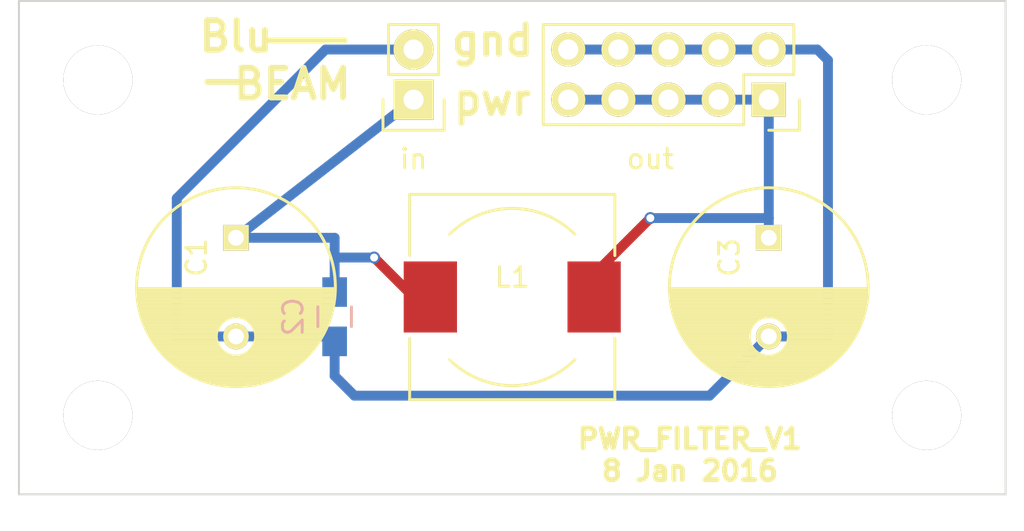
<source format=kicad_pcb>
(kicad_pcb (version 4) (host pcbnew 4.0.1-stable)

  (general
    (links 17)
    (no_connects 0)
    (area 98.591667 98.07412 151.408334 127.27626)
    (thickness 1.6)
    (drawings 10)
    (tracks 36)
    (zones 0)
    (modules 10)
    (nets 8)
  )

  (page A4)
  (layers
    (0 F.Cu signal)
    (31 B.Cu signal)
    (32 B.Adhes user)
    (33 F.Adhes user)
    (34 B.Paste user)
    (35 F.Paste user)
    (36 B.SilkS user)
    (37 F.SilkS user)
    (38 B.Mask user)
    (39 F.Mask user)
    (40 Dwgs.User user)
    (41 Cmts.User user)
    (42 Eco1.User user)
    (43 Eco2.User user)
    (44 Edge.Cuts user)
    (45 Margin user)
    (46 B.CrtYd user)
    (47 F.CrtYd user)
    (48 B.Fab user)
    (49 F.Fab user)
  )

  (setup
    (last_trace_width 0.5)
    (trace_clearance 0.5)
    (zone_clearance 0.508)
    (zone_45_only no)
    (trace_min 0.2)
    (segment_width 0.2)
    (edge_width 0.1)
    (via_size 0.6)
    (via_drill 0.4)
    (via_min_size 0.4)
    (via_min_drill 0.3)
    (uvia_size 0.3)
    (uvia_drill 0.1)
    (uvias_allowed no)
    (uvia_min_size 0.2)
    (uvia_min_drill 0.1)
    (pcb_text_width 0.3)
    (pcb_text_size 1.5 1.5)
    (mod_edge_width 0.15)
    (mod_text_size 1 1)
    (mod_text_width 0.15)
    (pad_size 1.5 1.5)
    (pad_drill 0.6)
    (pad_to_mask_clearance 0)
    (aux_axis_origin 100 125)
    (grid_origin 100 125)
    (visible_elements 7FFFFFFF)
    (pcbplotparams
      (layerselection 0x00080_00000000)
      (usegerberextensions false)
      (excludeedgelayer true)
      (linewidth 0.100000)
      (plotframeref false)
      (viasonmask false)
      (mode 1)
      (useauxorigin false)
      (hpglpennumber 1)
      (hpglpenspeed 20)
      (hpglpendiameter 15)
      (hpglpenoverlay 2)
      (psnegative false)
      (psa4output false)
      (plotreference true)
      (plotvalue true)
      (plotinvisibletext false)
      (padsonsilk false)
      (subtractmaskfromsilk false)
      (outputformat 1)
      (mirror false)
      (drillshape 0)
      (scaleselection 1)
      (outputdirectory ""))
  )

  (net 0 "")
  (net 1 "Net-(P3-Pad1)")
  (net 2 "Net-(P4-Pad1)")
  (net 3 "Net-(P5-Pad1)")
  (net 4 "Net-(P6-Pad1)")
  (net 5 +5V)
  (net 6 GND)
  (net 7 "Net-(C3-Pad1)")

  (net_class Default "This is the default net class."
    (clearance 0.5)
    (trace_width 0.5)
    (via_dia 0.6)
    (via_drill 0.4)
    (uvia_dia 0.3)
    (uvia_drill 0.1)
    (add_net +5V)
    (add_net GND)
    (add_net "Net-(C3-Pad1)")
    (add_net "Net-(P3-Pad1)")
    (add_net "Net-(P4-Pad1)")
    (add_net "Net-(P5-Pad1)")
    (add_net "Net-(P6-Pad1)")
  )

  (module Mounting_Holes:MountingHole_3-5mm (layer F.Cu) (tedit 568FDC31) (tstamp 568FA86B)
    (at 146 121)
    (descr "Mounting hole, Befestigungsbohrung, 3,5mm, No Annular, Kein Restring,")
    (tags "Mounting hole, Befestigungsbohrung, 3,5mm, No Annular, Kein Restring,")
    (path /568FBD7D)
    (fp_text reference P3 (at 0 -4.50088) (layer Cmts.User) hide
      (effects (font (size 1 1) (thickness 0.15)))
    )
    (fp_text value CONN_01X01 (at 0 5.00126) (layer F.Fab)
      (effects (font (size 1 1) (thickness 0.15)))
    )
    (fp_circle (center 0 0) (end 3.5 0) (layer Cmts.User) (width 0.381))
    (pad 1 thru_hole circle (at 0 0) (size 3.5 3.5) (drill 3.5) (layers)
      (net 1 "Net-(P3-Pad1)"))
  )

  (module Mounting_Holes:MountingHole_3-5mm (layer F.Cu) (tedit 568FDCC3) (tstamp 568FA86F)
    (at 104 121)
    (descr "Mounting hole, Befestigungsbohrung, 3,5mm, No Annular, Kein Restring,")
    (tags "Mounting hole, Befestigungsbohrung, 3,5mm, No Annular, Kein Restring,")
    (path /568FBE67)
    (fp_text reference P4 (at -1 -5) (layer Cmts.User) hide
      (effects (font (size 1 1) (thickness 0.15)))
    )
    (fp_text value CONN_01X01 (at 0 5.00126) (layer F.Fab)
      (effects (font (size 1 1) (thickness 0.15)))
    )
    (fp_circle (center 0 0) (end 3.5 0) (layer Cmts.User) (width 0.381))
    (pad 1 thru_hole circle (at 0 0) (size 3.5 3.5) (drill 3.5) (layers)
      (net 2 "Net-(P4-Pad1)"))
  )

  (module Mounting_Holes:MountingHole_3-5mm (layer F.Cu) (tedit 568FDCB9) (tstamp 568FA873)
    (at 104 104)
    (descr "Mounting hole, Befestigungsbohrung, 3,5mm, No Annular, Kein Restring,")
    (tags "Mounting hole, Befestigungsbohrung, 3,5mm, No Annular, Kein Restring,")
    (path /568FBEC4)
    (fp_text reference P5 (at 0 -4.50088) (layer Cmts.User) hide
      (effects (font (size 1 1) (thickness 0.15)))
    )
    (fp_text value CONN_01X01 (at 0 5.00126) (layer F.Fab)
      (effects (font (size 1 1) (thickness 0.15)))
    )
    (fp_circle (center 0 0) (end 3.5 0) (layer Cmts.User) (width 0.381))
    (pad 1 thru_hole circle (at 0 0) (size 3.5 3.5) (drill 3.5) (layers)
      (net 3 "Net-(P5-Pad1)"))
  )

  (module Mounting_Holes:MountingHole_3-5mm (layer F.Cu) (tedit 568FDC37) (tstamp 568FA877)
    (at 146 104)
    (descr "Mounting hole, Befestigungsbohrung, 3,5mm, No Annular, Kein Restring,")
    (tags "Mounting hole, Befestigungsbohrung, 3,5mm, No Annular, Kein Restring,")
    (path /568FBF5F)
    (fp_text reference P6 (at 0 -4.50088) (layer Cmts.User) hide
      (effects (font (size 1 1) (thickness 0.15)))
    )
    (fp_text value CONN_01X01 (at 0 5.00126) (layer F.Fab)
      (effects (font (size 1 1) (thickness 0.15)))
    )
    (fp_circle (center 0 0) (end 3.5 0) (layer Cmts.User) (width 0.381))
    (pad 1 thru_hole circle (at 0 0) (size 3.5 3.5) (drill 3.5) (layers)
      (net 4 "Net-(P6-Pad1)"))
  )

  (module Capacitors_ThroughHole:C_Radial_D10_L13_P5 (layer F.Cu) (tedit 568FD73A) (tstamp 568FD6C0)
    (at 111 112 270)
    (descr "Radial Electrolytic Capacitor Diameter 10mm x Length 13mm, Pitch 5mm")
    (tags "Electrolytic Capacitor")
    (path /568E55E8)
    (fp_text reference C1 (at 1 2 270) (layer F.SilkS)
      (effects (font (size 1 1) (thickness 0.15)))
    )
    (fp_text value 220uF (at 2.5 6.3 270) (layer F.Fab)
      (effects (font (size 1 1) (thickness 0.15)))
    )
    (fp_line (start 2.575 -4.999) (end 2.575 4.999) (layer F.SilkS) (width 0.15))
    (fp_line (start 2.715 -4.995) (end 2.715 4.995) (layer F.SilkS) (width 0.15))
    (fp_line (start 2.855 -4.987) (end 2.855 4.987) (layer F.SilkS) (width 0.15))
    (fp_line (start 2.995 -4.975) (end 2.995 4.975) (layer F.SilkS) (width 0.15))
    (fp_line (start 3.135 -4.96) (end 3.135 4.96) (layer F.SilkS) (width 0.15))
    (fp_line (start 3.275 -4.94) (end 3.275 4.94) (layer F.SilkS) (width 0.15))
    (fp_line (start 3.415 -4.916) (end 3.415 4.916) (layer F.SilkS) (width 0.15))
    (fp_line (start 3.555 -4.887) (end 3.555 4.887) (layer F.SilkS) (width 0.15))
    (fp_line (start 3.695 -4.855) (end 3.695 4.855) (layer F.SilkS) (width 0.15))
    (fp_line (start 3.835 -4.818) (end 3.835 4.818) (layer F.SilkS) (width 0.15))
    (fp_line (start 3.975 -4.777) (end 3.975 4.777) (layer F.SilkS) (width 0.15))
    (fp_line (start 4.115 -4.732) (end 4.115 -0.466) (layer F.SilkS) (width 0.15))
    (fp_line (start 4.115 0.466) (end 4.115 4.732) (layer F.SilkS) (width 0.15))
    (fp_line (start 4.255 -4.682) (end 4.255 -0.667) (layer F.SilkS) (width 0.15))
    (fp_line (start 4.255 0.667) (end 4.255 4.682) (layer F.SilkS) (width 0.15))
    (fp_line (start 4.395 -4.627) (end 4.395 -0.796) (layer F.SilkS) (width 0.15))
    (fp_line (start 4.395 0.796) (end 4.395 4.627) (layer F.SilkS) (width 0.15))
    (fp_line (start 4.535 -4.567) (end 4.535 -0.885) (layer F.SilkS) (width 0.15))
    (fp_line (start 4.535 0.885) (end 4.535 4.567) (layer F.SilkS) (width 0.15))
    (fp_line (start 4.675 -4.502) (end 4.675 -0.946) (layer F.SilkS) (width 0.15))
    (fp_line (start 4.675 0.946) (end 4.675 4.502) (layer F.SilkS) (width 0.15))
    (fp_line (start 4.815 -4.432) (end 4.815 -0.983) (layer F.SilkS) (width 0.15))
    (fp_line (start 4.815 0.983) (end 4.815 4.432) (layer F.SilkS) (width 0.15))
    (fp_line (start 4.955 -4.356) (end 4.955 -0.999) (layer F.SilkS) (width 0.15))
    (fp_line (start 4.955 0.999) (end 4.955 4.356) (layer F.SilkS) (width 0.15))
    (fp_line (start 5.095 -4.274) (end 5.095 -0.995) (layer F.SilkS) (width 0.15))
    (fp_line (start 5.095 0.995) (end 5.095 4.274) (layer F.SilkS) (width 0.15))
    (fp_line (start 5.235 -4.186) (end 5.235 -0.972) (layer F.SilkS) (width 0.15))
    (fp_line (start 5.235 0.972) (end 5.235 4.186) (layer F.SilkS) (width 0.15))
    (fp_line (start 5.375 -4.091) (end 5.375 -0.927) (layer F.SilkS) (width 0.15))
    (fp_line (start 5.375 0.927) (end 5.375 4.091) (layer F.SilkS) (width 0.15))
    (fp_line (start 5.515 -3.989) (end 5.515 -0.857) (layer F.SilkS) (width 0.15))
    (fp_line (start 5.515 0.857) (end 5.515 3.989) (layer F.SilkS) (width 0.15))
    (fp_line (start 5.655 -3.879) (end 5.655 -0.756) (layer F.SilkS) (width 0.15))
    (fp_line (start 5.655 0.756) (end 5.655 3.879) (layer F.SilkS) (width 0.15))
    (fp_line (start 5.795 -3.761) (end 5.795 -0.607) (layer F.SilkS) (width 0.15))
    (fp_line (start 5.795 0.607) (end 5.795 3.761) (layer F.SilkS) (width 0.15))
    (fp_line (start 5.935 -3.633) (end 5.935 -0.355) (layer F.SilkS) (width 0.15))
    (fp_line (start 5.935 0.355) (end 5.935 3.633) (layer F.SilkS) (width 0.15))
    (fp_line (start 6.075 -3.496) (end 6.075 3.496) (layer F.SilkS) (width 0.15))
    (fp_line (start 6.215 -3.346) (end 6.215 3.346) (layer F.SilkS) (width 0.15))
    (fp_line (start 6.355 -3.184) (end 6.355 3.184) (layer F.SilkS) (width 0.15))
    (fp_line (start 6.495 -3.007) (end 6.495 3.007) (layer F.SilkS) (width 0.15))
    (fp_line (start 6.635 -2.811) (end 6.635 2.811) (layer F.SilkS) (width 0.15))
    (fp_line (start 6.775 -2.593) (end 6.775 2.593) (layer F.SilkS) (width 0.15))
    (fp_line (start 6.915 -2.347) (end 6.915 2.347) (layer F.SilkS) (width 0.15))
    (fp_line (start 7.055 -2.062) (end 7.055 2.062) (layer F.SilkS) (width 0.15))
    (fp_line (start 7.195 -1.72) (end 7.195 1.72) (layer F.SilkS) (width 0.15))
    (fp_line (start 7.335 -1.274) (end 7.335 1.274) (layer F.SilkS) (width 0.15))
    (fp_line (start 7.475 -0.499) (end 7.475 0.499) (layer F.SilkS) (width 0.15))
    (fp_circle (center 5 0) (end 5 -1) (layer F.SilkS) (width 0.15))
    (fp_circle (center 2.5 0) (end 2.5 -5.0375) (layer F.SilkS) (width 0.15))
    (fp_circle (center 2.5 0) (end 2.5 -5.3) (layer F.CrtYd) (width 0.05))
    (pad 1 thru_hole rect (at 0 0 270) (size 1.3 1.3) (drill 0.8) (layers *.Cu *.Mask F.SilkS)
      (net 5 +5V))
    (pad 2 thru_hole circle (at 5 0 270) (size 1.3 1.3) (drill 0.8) (layers *.Cu *.Mask F.SilkS)
      (net 6 GND))
    (model Capacitors_ThroughHole.3dshapes/C_Radial_D10_L13_P5.wrl
      (at (xyz 0.0984252 0 0))
      (scale (xyz 1 1 1))
      (rotate (xyz 0 0 90))
    )
  )

  (module Capacitors_SMD:C_0805_HandSoldering (layer B.Cu) (tedit 541A9B8D) (tstamp 568FD6CC)
    (at 116 116 270)
    (descr "Capacitor SMD 0805, hand soldering")
    (tags "capacitor 0805")
    (path /568E5509)
    (attr smd)
    (fp_text reference C2 (at 0 2.1 270) (layer B.SilkS)
      (effects (font (size 1 1) (thickness 0.15)) (justify mirror))
    )
    (fp_text value 10uF (at 0 -2.1 270) (layer B.Fab)
      (effects (font (size 1 1) (thickness 0.15)) (justify mirror))
    )
    (fp_line (start -2.3 1) (end 2.3 1) (layer B.CrtYd) (width 0.05))
    (fp_line (start -2.3 -1) (end 2.3 -1) (layer B.CrtYd) (width 0.05))
    (fp_line (start -2.3 1) (end -2.3 -1) (layer B.CrtYd) (width 0.05))
    (fp_line (start 2.3 1) (end 2.3 -1) (layer B.CrtYd) (width 0.05))
    (fp_line (start 0.5 0.85) (end -0.5 0.85) (layer B.SilkS) (width 0.15))
    (fp_line (start -0.5 -0.85) (end 0.5 -0.85) (layer B.SilkS) (width 0.15))
    (pad 1 smd rect (at -1.25 0 270) (size 1.5 1.25) (layers B.Cu B.Paste B.Mask)
      (net 5 +5V))
    (pad 2 smd rect (at 1.25 0 270) (size 1.5 1.25) (layers B.Cu B.Paste B.Mask)
      (net 6 GND))
    (model Capacitors_SMD.3dshapes/C_0805_HandSoldering.wrl
      (at (xyz 0 0 0))
      (scale (xyz 1 1 1))
      (rotate (xyz 0 0 0))
    )
  )

  (module Capacitors_ThroughHole:C_Radial_D10_L13_P5 (layer F.Cu) (tedit 568FDAA2) (tstamp 568FD707)
    (at 138 112 270)
    (descr "Radial Electrolytic Capacitor Diameter 10mm x Length 13mm, Pitch 5mm")
    (tags "Electrolytic Capacitor")
    (path /568E5952)
    (fp_text reference C3 (at 1 2 270) (layer F.SilkS)
      (effects (font (size 1 1) (thickness 0.15)))
    )
    (fp_text value 47uF (at 2.5 6.3 270) (layer F.Fab)
      (effects (font (size 1 1) (thickness 0.15)))
    )
    (fp_line (start 2.575 -4.999) (end 2.575 4.999) (layer F.SilkS) (width 0.15))
    (fp_line (start 2.715 -4.995) (end 2.715 4.995) (layer F.SilkS) (width 0.15))
    (fp_line (start 2.855 -4.987) (end 2.855 4.987) (layer F.SilkS) (width 0.15))
    (fp_line (start 2.995 -4.975) (end 2.995 4.975) (layer F.SilkS) (width 0.15))
    (fp_line (start 3.135 -4.96) (end 3.135 4.96) (layer F.SilkS) (width 0.15))
    (fp_line (start 3.275 -4.94) (end 3.275 4.94) (layer F.SilkS) (width 0.15))
    (fp_line (start 3.415 -4.916) (end 3.415 4.916) (layer F.SilkS) (width 0.15))
    (fp_line (start 3.555 -4.887) (end 3.555 4.887) (layer F.SilkS) (width 0.15))
    (fp_line (start 3.695 -4.855) (end 3.695 4.855) (layer F.SilkS) (width 0.15))
    (fp_line (start 3.835 -4.818) (end 3.835 4.818) (layer F.SilkS) (width 0.15))
    (fp_line (start 3.975 -4.777) (end 3.975 4.777) (layer F.SilkS) (width 0.15))
    (fp_line (start 4.115 -4.732) (end 4.115 -0.466) (layer F.SilkS) (width 0.15))
    (fp_line (start 4.115 0.466) (end 4.115 4.732) (layer F.SilkS) (width 0.15))
    (fp_line (start 4.255 -4.682) (end 4.255 -0.667) (layer F.SilkS) (width 0.15))
    (fp_line (start 4.255 0.667) (end 4.255 4.682) (layer F.SilkS) (width 0.15))
    (fp_line (start 4.395 -4.627) (end 4.395 -0.796) (layer F.SilkS) (width 0.15))
    (fp_line (start 4.395 0.796) (end 4.395 4.627) (layer F.SilkS) (width 0.15))
    (fp_line (start 4.535 -4.567) (end 4.535 -0.885) (layer F.SilkS) (width 0.15))
    (fp_line (start 4.535 0.885) (end 4.535 4.567) (layer F.SilkS) (width 0.15))
    (fp_line (start 4.675 -4.502) (end 4.675 -0.946) (layer F.SilkS) (width 0.15))
    (fp_line (start 4.675 0.946) (end 4.675 4.502) (layer F.SilkS) (width 0.15))
    (fp_line (start 4.815 -4.432) (end 4.815 -0.983) (layer F.SilkS) (width 0.15))
    (fp_line (start 4.815 0.983) (end 4.815 4.432) (layer F.SilkS) (width 0.15))
    (fp_line (start 4.955 -4.356) (end 4.955 -0.999) (layer F.SilkS) (width 0.15))
    (fp_line (start 4.955 0.999) (end 4.955 4.356) (layer F.SilkS) (width 0.15))
    (fp_line (start 5.095 -4.274) (end 5.095 -0.995) (layer F.SilkS) (width 0.15))
    (fp_line (start 5.095 0.995) (end 5.095 4.274) (layer F.SilkS) (width 0.15))
    (fp_line (start 5.235 -4.186) (end 5.235 -0.972) (layer F.SilkS) (width 0.15))
    (fp_line (start 5.235 0.972) (end 5.235 4.186) (layer F.SilkS) (width 0.15))
    (fp_line (start 5.375 -4.091) (end 5.375 -0.927) (layer F.SilkS) (width 0.15))
    (fp_line (start 5.375 0.927) (end 5.375 4.091) (layer F.SilkS) (width 0.15))
    (fp_line (start 5.515 -3.989) (end 5.515 -0.857) (layer F.SilkS) (width 0.15))
    (fp_line (start 5.515 0.857) (end 5.515 3.989) (layer F.SilkS) (width 0.15))
    (fp_line (start 5.655 -3.879) (end 5.655 -0.756) (layer F.SilkS) (width 0.15))
    (fp_line (start 5.655 0.756) (end 5.655 3.879) (layer F.SilkS) (width 0.15))
    (fp_line (start 5.795 -3.761) (end 5.795 -0.607) (layer F.SilkS) (width 0.15))
    (fp_line (start 5.795 0.607) (end 5.795 3.761) (layer F.SilkS) (width 0.15))
    (fp_line (start 5.935 -3.633) (end 5.935 -0.355) (layer F.SilkS) (width 0.15))
    (fp_line (start 5.935 0.355) (end 5.935 3.633) (layer F.SilkS) (width 0.15))
    (fp_line (start 6.075 -3.496) (end 6.075 3.496) (layer F.SilkS) (width 0.15))
    (fp_line (start 6.215 -3.346) (end 6.215 3.346) (layer F.SilkS) (width 0.15))
    (fp_line (start 6.355 -3.184) (end 6.355 3.184) (layer F.SilkS) (width 0.15))
    (fp_line (start 6.495 -3.007) (end 6.495 3.007) (layer F.SilkS) (width 0.15))
    (fp_line (start 6.635 -2.811) (end 6.635 2.811) (layer F.SilkS) (width 0.15))
    (fp_line (start 6.775 -2.593) (end 6.775 2.593) (layer F.SilkS) (width 0.15))
    (fp_line (start 6.915 -2.347) (end 6.915 2.347) (layer F.SilkS) (width 0.15))
    (fp_line (start 7.055 -2.062) (end 7.055 2.062) (layer F.SilkS) (width 0.15))
    (fp_line (start 7.195 -1.72) (end 7.195 1.72) (layer F.SilkS) (width 0.15))
    (fp_line (start 7.335 -1.274) (end 7.335 1.274) (layer F.SilkS) (width 0.15))
    (fp_line (start 7.475 -0.499) (end 7.475 0.499) (layer F.SilkS) (width 0.15))
    (fp_circle (center 5 0) (end 5 -1) (layer F.SilkS) (width 0.15))
    (fp_circle (center 2.5 0) (end 2.5 -5.0375) (layer F.SilkS) (width 0.15))
    (fp_circle (center 2.5 0) (end 2.5 -5.3) (layer F.CrtYd) (width 0.05))
    (pad 1 thru_hole rect (at 0 0 270) (size 1.3 1.3) (drill 0.8) (layers *.Cu *.Mask F.SilkS)
      (net 7 "Net-(C3-Pad1)"))
    (pad 2 thru_hole circle (at 5 0 270) (size 1.3 1.3) (drill 0.8) (layers *.Cu *.Mask F.SilkS)
      (net 6 GND))
    (model Capacitors_ThroughHole.3dshapes/C_Radial_D10_L13_P5.wrl
      (at (xyz 0.0984252 0 0))
      (scale (xyz 1 1 1))
      (rotate (xyz 0 0 90))
    )
  )

  (module Choke_SMD:Choke_SMD_10.4x10.4_H4.8 (layer F.Cu) (tedit 568FDAAA) (tstamp 568FD719)
    (at 125 115)
    (descr "Choke, SMD, 10.4x10.4mm 4.8mm height")
    (tags "Choke, SMD")
    (path /568E59B9)
    (attr smd)
    (fp_text reference L1 (at 0 -1) (layer F.SilkS)
      (effects (font (size 1 1) (thickness 0.15)))
    )
    (fp_text value 100uH (at 0 6.35) (layer F.Fab)
      (effects (font (size 1 1) (thickness 0.15)))
    )
    (fp_line (start -5.75 -5.45) (end -5.75 5.45) (layer F.CrtYd) (width 0.05))
    (fp_line (start -5.75 5.45) (end 5.75 5.45) (layer F.CrtYd) (width 0.05))
    (fp_line (start 5.75 5.45) (end 5.75 -5.45) (layer F.CrtYd) (width 0.05))
    (fp_line (start 5.75 -5.45) (end -5.75 -5.45) (layer F.CrtYd) (width 0.05))
    (fp_arc (start 0 0) (end 3.175 3.175) (angle 90) (layer F.SilkS) (width 0.15))
    (fp_arc (start 0 0) (end -3.175 -3.175) (angle 90) (layer F.SilkS) (width 0.15))
    (fp_line (start 5.2 -5.2) (end 5.2 -2.1) (layer F.SilkS) (width 0.15))
    (fp_line (start -5.2 -5.2) (end -5.2 -2.1) (layer F.SilkS) (width 0.15))
    (fp_line (start 5.2 5.2) (end 5.2 2.1) (layer F.SilkS) (width 0.15))
    (fp_line (start -5.2 5.2) (end -5.2 2.1) (layer F.SilkS) (width 0.15))
    (fp_line (start -5.2 -5.2) (end 5.2 -5.2) (layer F.SilkS) (width 0.15))
    (fp_line (start -5.2 5.2) (end 5.2 5.2) (layer F.SilkS) (width 0.15))
    (pad 1 smd rect (at -4.15 0) (size 2.7 3.6) (layers F.Cu F.Paste F.Mask)
      (net 5 +5V))
    (pad 2 smd rect (at 4.15 0) (size 2.7 3.6) (layers F.Cu F.Paste F.Mask)
      (net 7 "Net-(C3-Pad1)"))
  )

  (module Socket_Strips:Socket_Strip_Straight_1x02 (layer F.Cu) (tedit 568FDD16) (tstamp 568FD72A)
    (at 120 105 90)
    (descr "Through hole socket strip")
    (tags "socket strip")
    (path /568E75A6)
    (fp_text reference in (at -3 0 180) (layer F.SilkS)
      (effects (font (size 1 1) (thickness 0.15)))
    )
    (fp_text value CONN_01X02 (at 0 -3.1 90) (layer F.Fab)
      (effects (font (size 1 1) (thickness 0.15)))
    )
    (fp_line (start -1.55 1.55) (end 0 1.55) (layer F.SilkS) (width 0.15))
    (fp_line (start 3.81 1.27) (end 1.27 1.27) (layer F.SilkS) (width 0.15))
    (fp_line (start -1.75 -1.75) (end -1.75 1.75) (layer F.CrtYd) (width 0.05))
    (fp_line (start 4.3 -1.75) (end 4.3 1.75) (layer F.CrtYd) (width 0.05))
    (fp_line (start -1.75 -1.75) (end 4.3 -1.75) (layer F.CrtYd) (width 0.05))
    (fp_line (start -1.75 1.75) (end 4.3 1.75) (layer F.CrtYd) (width 0.05))
    (fp_line (start 1.27 1.27) (end 1.27 -1.27) (layer F.SilkS) (width 0.15))
    (fp_line (start 0 -1.55) (end -1.55 -1.55) (layer F.SilkS) (width 0.15))
    (fp_line (start -1.55 -1.55) (end -1.55 1.55) (layer F.SilkS) (width 0.15))
    (fp_line (start 1.27 -1.27) (end 3.81 -1.27) (layer F.SilkS) (width 0.15))
    (fp_line (start 3.81 -1.27) (end 3.81 1.27) (layer F.SilkS) (width 0.15))
    (pad 1 thru_hole rect (at 0 0 90) (size 2.032 2.032) (drill 1.016) (layers *.Cu *.Mask F.SilkS)
      (net 5 +5V))
    (pad 2 thru_hole oval (at 2.54 0 90) (size 2.032 2.032) (drill 1.016) (layers *.Cu *.Mask F.SilkS)
      (net 6 GND))
    (model Socket_Strips.3dshapes/Socket_Strip_Straight_1x02.wrl
      (at (xyz 0.05 0 0))
      (scale (xyz 1 1 1))
      (rotate (xyz 0 0 180))
    )
  )

  (module Socket_Strips:Socket_Strip_Straight_2x05 (layer F.Cu) (tedit 568FDD28) (tstamp 568FD744)
    (at 138 105 180)
    (descr "Through hole socket strip")
    (tags "socket strip")
    (path /568E767E)
    (fp_text reference out (at 6 -3 180) (layer F.SilkS)
      (effects (font (size 1 1) (thickness 0.15)))
    )
    (fp_text value CONN_02X05 (at 0 -3.1 180) (layer F.Fab)
      (effects (font (size 1 1) (thickness 0.15)))
    )
    (fp_line (start -1.75 -1.75) (end -1.75 4.3) (layer F.CrtYd) (width 0.05))
    (fp_line (start 11.95 -1.75) (end 11.95 4.3) (layer F.CrtYd) (width 0.05))
    (fp_line (start -1.75 -1.75) (end 11.95 -1.75) (layer F.CrtYd) (width 0.05))
    (fp_line (start -1.75 4.3) (end 11.95 4.3) (layer F.CrtYd) (width 0.05))
    (fp_line (start -1.27 3.81) (end 11.43 3.81) (layer F.SilkS) (width 0.15))
    (fp_line (start 11.43 3.81) (end 11.43 -1.27) (layer F.SilkS) (width 0.15))
    (fp_line (start 11.43 -1.27) (end 1.27 -1.27) (layer F.SilkS) (width 0.15))
    (fp_line (start -1.27 3.81) (end -1.27 1.27) (layer F.SilkS) (width 0.15))
    (fp_line (start 0 -1.55) (end -1.55 -1.55) (layer F.SilkS) (width 0.15))
    (fp_line (start -1.27 1.27) (end 1.27 1.27) (layer F.SilkS) (width 0.15))
    (fp_line (start 1.27 1.27) (end 1.27 -1.27) (layer F.SilkS) (width 0.15))
    (fp_line (start -1.55 -1.55) (end -1.55 0) (layer F.SilkS) (width 0.15))
    (pad 1 thru_hole rect (at 0 0 180) (size 1.7272 1.7272) (drill 1.016) (layers *.Cu *.Mask F.SilkS)
      (net 7 "Net-(C3-Pad1)"))
    (pad 2 thru_hole oval (at 0 2.54 180) (size 1.7272 1.7272) (drill 1.016) (layers *.Cu *.Mask F.SilkS)
      (net 6 GND))
    (pad 3 thru_hole oval (at 2.54 0 180) (size 1.7272 1.7272) (drill 1.016) (layers *.Cu *.Mask F.SilkS)
      (net 7 "Net-(C3-Pad1)"))
    (pad 4 thru_hole oval (at 2.54 2.54 180) (size 1.7272 1.7272) (drill 1.016) (layers *.Cu *.Mask F.SilkS)
      (net 6 GND))
    (pad 5 thru_hole oval (at 5.08 0 180) (size 1.7272 1.7272) (drill 1.016) (layers *.Cu *.Mask F.SilkS)
      (net 7 "Net-(C3-Pad1)"))
    (pad 6 thru_hole oval (at 5.08 2.54 180) (size 1.7272 1.7272) (drill 1.016) (layers *.Cu *.Mask F.SilkS)
      (net 6 GND))
    (pad 7 thru_hole oval (at 7.62 0 180) (size 1.7272 1.7272) (drill 1.016) (layers *.Cu *.Mask F.SilkS)
      (net 7 "Net-(C3-Pad1)"))
    (pad 8 thru_hole oval (at 7.62 2.54 180) (size 1.7272 1.7272) (drill 1.016) (layers *.Cu *.Mask F.SilkS)
      (net 6 GND))
    (pad 9 thru_hole oval (at 10.16 0 180) (size 1.7272 1.7272) (drill 1.016) (layers *.Cu *.Mask F.SilkS)
      (net 7 "Net-(C3-Pad1)"))
    (pad 10 thru_hole oval (at 10.16 2.54 180) (size 1.7272 1.7272) (drill 1.016) (layers *.Cu *.Mask F.SilkS)
      (net 6 GND))
    (model Socket_Strips.3dshapes/Socket_Strip_Straight_2x05.wrl
      (at (xyz 0.2 -0.05 0))
      (scale (xyz 1 1 1))
      (rotate (xyz 0 0 180))
    )
  )

  (gr_line (start 109.55 104.1) (end 111.55 104.1) (angle 90) (layer F.SilkS) (width 0.3))
  (gr_line (start 112.7 102) (end 116.5 102) (angle 90) (layer F.SilkS) (width 0.3))
  (gr_text "Blu\n     BEAM" (at 111 103) (layer F.SilkS)
    (effects (font (size 1.5 1.5) (thickness 0.3)))
  )
  (gr_text gnd (at 124 102) (layer F.SilkS)
    (effects (font (size 1.5 1.5) (thickness 0.3)))
  )
  (gr_text pwr (at 124 105) (layer F.SilkS)
    (effects (font (size 1.5 1.5) (thickness 0.3)))
  )
  (gr_text "PWR_FILTER_V1\n8 Jan 2016" (at 134 123) (layer F.SilkS)
    (effects (font (size 1 1) (thickness 0.25)))
  )
  (gr_line (start 100 100) (end 100 125) (angle 90) (layer Edge.Cuts) (width 0.1))
  (gr_line (start 150 100) (end 100 100) (angle 90) (layer Edge.Cuts) (width 0.1))
  (gr_line (start 150 125) (end 150 100) (angle 90) (layer Edge.Cuts) (width 0.1))
  (gr_line (start 100 125) (end 150 125) (angle 90) (layer Edge.Cuts) (width 0.1))

  (segment (start 116 113) (end 118 113) (width 0.5) (layer B.Cu) (net 5))
  (segment (start 118 113) (end 120 115) (width 0.5) (layer F.Cu) (net 5) (tstamp 568FDC95))
  (via (at 118 113) (size 0.6) (drill 0.4) (layers F.Cu B.Cu) (net 5))
  (segment (start 120 115) (end 120.85 115) (width 0.5) (layer F.Cu) (net 5) (tstamp 568FDC96))
  (segment (start 120 105) (end 111 112) (width 0.5) (layer B.Cu) (net 5) (status 10))
  (segment (start 111 112) (end 116 112) (width 0.5) (layer B.Cu) (net 5) (tstamp 568FDBD7))
  (segment (start 116 112) (end 116 113) (width 0.5) (layer B.Cu) (net 5) (tstamp 568FDBD8))
  (segment (start 116 113) (end 116 114.75) (width 0.5) (layer B.Cu) (net 5) (tstamp 568FDC91))
  (segment (start 132.92 102.46) (end 130.38 102.46) (width 0.5) (layer B.Cu) (net 6))
  (segment (start 130.38 102.46) (end 127.84 102.46) (width 0.5) (layer B.Cu) (net 6) (tstamp 568FDC85))
  (segment (start 135.46 102.46) (end 132.92 102.46) (width 0.5) (layer B.Cu) (net 6))
  (segment (start 138 102.46) (end 135.46 102.46) (width 0.5) (layer B.Cu) (net 6))
  (segment (start 138 117) (end 141 117) (width 0.5) (layer B.Cu) (net 6))
  (segment (start 140.46 102.46) (end 138 102.46) (width 0.5) (layer B.Cu) (net 6) (tstamp 568FDC7E))
  (segment (start 141 103) (end 140.46 102.46) (width 0.5) (layer B.Cu) (net 6) (tstamp 568FDC7D))
  (segment (start 141 117) (end 141 103) (width 0.5) (layer B.Cu) (net 6) (tstamp 568FDC7C))
  (segment (start 116 117.25) (end 116 119) (width 0.5) (layer B.Cu) (net 6))
  (segment (start 135 120) (end 138 117) (width 0.5) (layer B.Cu) (net 6) (tstamp 568FDC78))
  (segment (start 117 120) (end 135 120) (width 0.5) (layer B.Cu) (net 6) (tstamp 568FDC77))
  (segment (start 116 119) (end 117 120) (width 0.5) (layer B.Cu) (net 6) (tstamp 568FDC76))
  (segment (start 111 117) (end 115.75 117) (width 0.5) (layer B.Cu) (net 6))
  (segment (start 115.75 117) (end 116 117.25) (width 0.5) (layer B.Cu) (net 6) (tstamp 568FDBE2))
  (segment (start 120 102.46) (end 115.54 102.46) (width 0.5) (layer B.Cu) (net 6) (status 10))
  (segment (start 108 117) (end 111 117) (width 0.5) (layer B.Cu) (net 6) (tstamp 568FDBDF))
  (segment (start 108 110) (end 108 117) (width 0.5) (layer B.Cu) (net 6) (tstamp 568FDBDD))
  (segment (start 115.54 102.46) (end 108 110) (width 0.5) (layer B.Cu) (net 6) (tstamp 568FDBDB))
  (segment (start 129.15 115) (end 129.15 113.85) (width 0.5) (layer F.Cu) (net 7))
  (segment (start 129.15 113.85) (end 132 111) (width 0.5) (layer F.Cu) (net 7) (tstamp 568FDC9A))
  (via (at 132 111) (size 0.6) (drill 0.4) (layers F.Cu B.Cu) (net 7))
  (segment (start 132 111) (end 138 111) (width 0.5) (layer B.Cu) (net 7) (tstamp 568FDC9C))
  (segment (start 138 112) (end 138 111) (width 0.5) (layer B.Cu) (net 7))
  (segment (start 138 111) (end 138 105) (width 0.5) (layer B.Cu) (net 7) (tstamp 568FDC9F))
  (segment (start 138 105) (end 135.46 105) (width 0.5) (layer B.Cu) (net 7) (tstamp 568FDC88))
  (segment (start 135.46 105) (end 132.92 105) (width 0.5) (layer B.Cu) (net 7) (tstamp 568FDC89))
  (segment (start 132.92 105) (end 130.38 105) (width 0.5) (layer B.Cu) (net 7) (tstamp 568FDC8A))
  (segment (start 130.38 105) (end 127.84 105) (width 0.5) (layer B.Cu) (net 7) (tstamp 568FDC8B))

)

</source>
